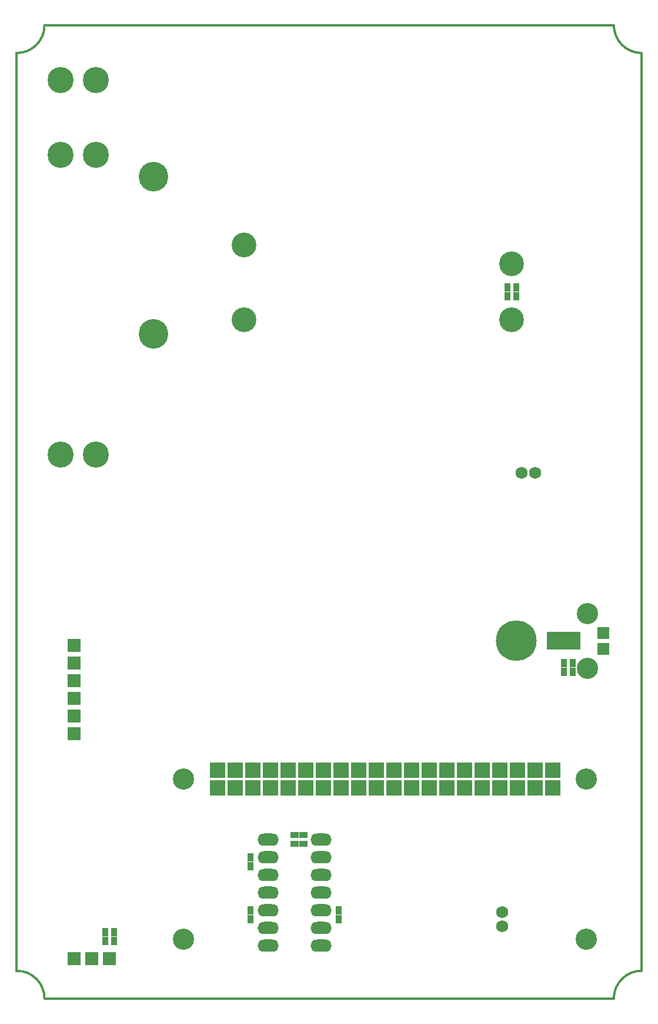
<source format=gbr>
G04 EasyPC Gerber Version 20.0.2 Build 4112 *
%FSLAX35Y35*%
%MOIN*%
%ADD94R,0.03800X0.04500*%
%ADD90R,0.06500X0.07000*%
%ADD86R,0.07800X0.07800*%
%ADD135R,0.08600X0.08600*%
%ADD109C,0.01200*%
%ADD132C,0.06906*%
%ADD82O,0.12000X0.07000*%
%ADD137R,0.04110X0.02181*%
%ADD95R,0.04500X0.03800*%
%ADD129C,0.12024*%
%ADD131C,0.13992*%
%ADD128C,0.14780*%
%ADD136C,0.16748*%
%ADD130C,0.23047*%
%ADD138R,0.11236X0.10055*%
X0Y0D02*
D02*
D82*
X143148Y30600D03*
Y40600D03*
Y50600D03*
Y60600D03*
Y70600D03*
Y80600D03*
Y90600D03*
X173148Y30600D03*
Y40600D03*
Y50600D03*
Y60600D03*
Y70600D03*
Y80600D03*
Y90600D03*
D02*
D86*
X33148Y23100D03*
Y150600D03*
Y160600D03*
Y170600D03*
Y180600D03*
Y190600D03*
Y200600D03*
X43148Y23100D03*
X53148D03*
D02*
D90*
X333148Y198600D03*
Y207600D03*
D02*
D94*
X50648Y33050D03*
Y38150D03*
X55648Y33050D03*
Y38150D03*
X133148Y45550D03*
Y50650D03*
Y75550D03*
Y80650D03*
X183148Y45550D03*
Y50650D03*
X278672Y398108D03*
Y403208D03*
X283672Y398108D03*
Y403208D03*
X310648Y185550D03*
Y190650D03*
X315648Y185550D03*
Y190650D03*
D02*
D95*
X158098Y88100D03*
Y93100D03*
X163198Y88100D03*
Y93100D03*
D02*
D109*
X16348Y600D02*
G75*
G03X600Y16348I-15748D01*
G01*
Y535840*
G75*
G03X16348Y551588J15748*
G01*
X339083*
G75*
G03X354831Y535840I15748*
G01*
Y16348*
G75*
G03X339083Y600J-15748*
G01*
X16348*
D02*
D128*
X25372Y308608D03*
Y478100D03*
Y520423D03*
X45372Y308608D03*
Y478100D03*
Y520423D03*
D02*
D129*
X95136Y34222D03*
Y124773D03*
X323483Y34222D03*
Y124773D03*
X324270Y187549D03*
Y218651D03*
D02*
D130*
X283916Y203100D03*
D02*
D131*
X129585Y384891D03*
Y427214D03*
X281160Y384891D03*
Y416387D03*
D02*
D132*
X275648Y41663D03*
Y49537D03*
X286711Y298100D03*
X294585D03*
D02*
D135*
X114309Y119773D03*
Y129773D03*
X124309Y119773D03*
Y129773D03*
X134309Y119773D03*
Y129773D03*
X144309Y119773D03*
Y129773D03*
X154309Y119773D03*
Y129773D03*
X164309Y119773D03*
Y129773D03*
X174309Y119773D03*
Y129773D03*
X184309Y119773D03*
Y129773D03*
X194309Y119773D03*
Y129773D03*
X204309Y119773D03*
Y129773D03*
X214309Y119773D03*
Y129773D03*
X224309Y119773D03*
Y129773D03*
X234309Y119773D03*
Y129773D03*
X244309Y119773D03*
Y129773D03*
X254309Y119773D03*
Y129773D03*
X264309Y119773D03*
Y129773D03*
X274309Y119773D03*
Y129773D03*
X284309Y119773D03*
Y129773D03*
X294309Y119773D03*
Y129773D03*
X304309Y119773D03*
Y129773D03*
D02*
D136*
X78148Y376812D03*
Y465788D03*
D02*
D137*
X303089Y199163D03*
Y201131D03*
Y203100D03*
Y205069D03*
Y207037D03*
X318207Y199163D03*
Y201131D03*
Y203100D03*
Y205069D03*
Y207037D03*
D02*
D138*
X310648Y203100D03*
X0Y0D02*
M02*

</source>
